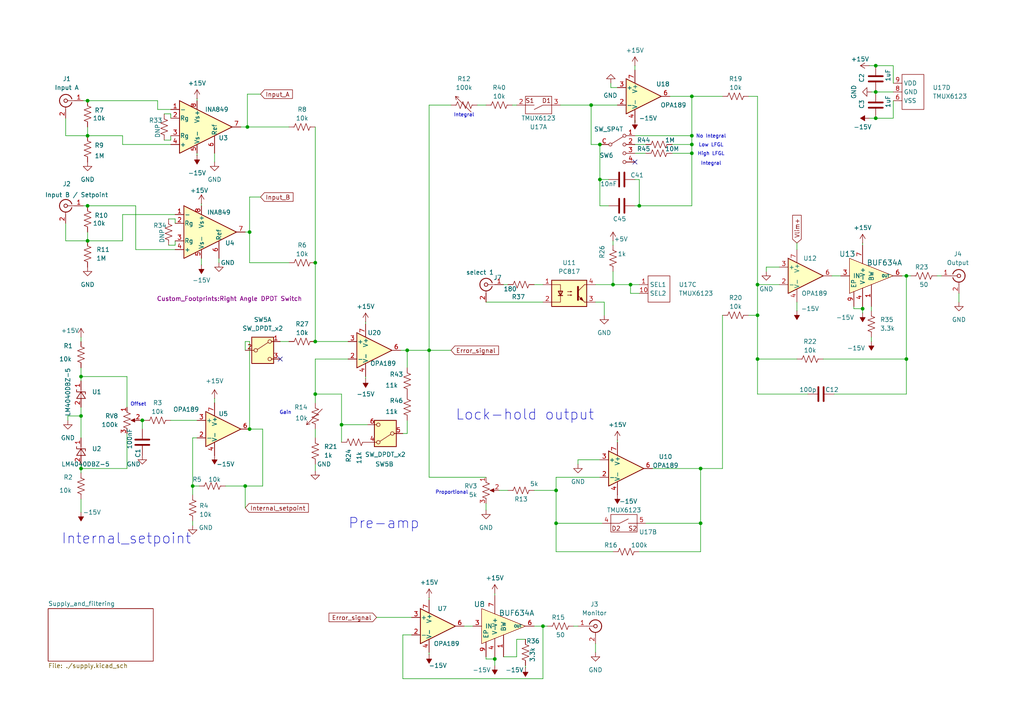
<source format=kicad_sch>
(kicad_sch (version 20250114) (generator "eeschema") (generator_version "9.0")
  (paper "A4")
  (lib_symbols
    (symbol "Amplifier_Instrumentation:AD8236" (pin_names (offset 0.127))
      (property "Reference" "U" (at 3.81 7.62 0))
      (property "Value" "AD8236" (at 3.81 5.08 0))
      (symbol "AD8236_1_1"
        (pin input line (at -10.16 5.08 0) (length 2.54) (name "-") (number "1"))
        (pin passive line (at -10.16 2.54 0) (length 2.54) (name "Rg") (number "2"))
        (pin passive line (at -10.16 -2.54 0) (length 2.54) (name "Rg") (number "3"))
        (pin input line (at -10.16 -5.08 0) (length 2.54) (name "+") (number "4"))
        (pin power_in line (at -2.54 7.62 270) (length 2.54) (name "Vs+") (number "8"))
        (pin power_in line (at -2.54 -7.62 90) (length 2.54) (name "Vs-") (number "5"))
        (pin passive line (at 2.54 -7.62 90) (length 5.08) (name "Ref") (number "6"))
        (pin output line (at 10.16 0 180) (length 2.54) (name "~") (number "7"))
      )
    )
    (symbol "Amplifier_Operational:OPA330xxD" (pin_names (offset 0.127))
      (property "Reference" "U" (at 0 6.35 0))
      (property "Value" "OPA330xxD" (at 0 3.81 0))
      (symbol "OPA330xxD_1_1"
        (pin input line (at -7.62 2.54 0) (length 2.54) (name "+") (number "3"))
        (pin input line (at -7.62 -2.54 0) (length 2.54) (name "-") (number "2"))
        (pin power_in line (at -2.54 7.62 270) (length 3.81) (name "V+") (number "7"))
        (pin no_connect line (at -2.54 2.54 270) (length 2.54) (hide yes) (name "NC") (number "1"))
        (pin power_in line (at -2.54 -7.62 90) (length 3.81) (name "V-") (number "4"))
        (pin no_connect line (at 0 2.54 270) (length 2.54) (hide yes) (name "NC") (number "5"))
        (pin no_connect line (at 0 -2.54 90) (length 2.54) (hide yes) (name "NC") (number "8"))
        (pin output line (at 7.62 0 180) (length 2.54) (name "~") (number "6"))
      )
    )
    (symbol "Connector:Conn_Coaxial" (pin_names (offset 1.016) (hide yes))
      (property "Reference" "J" (at 0.254 3.048 0))
      (property "Value" "Conn_Coaxial" (at 2.921 0 90))
      (symbol "Conn_Coaxial_1_1"
        (pin passive line (at -5.08 0 0) (length 2.54) (name "In") (number "1"))
        (pin passive line (at 0 -5.08 90) (length 2.54) (name "Ext") (number "2"))
      )
    )
    (symbol "Device:C" (pin_numbers (hide yes)) (pin_names (offset 0.254))
      (property "Reference" "C" (at 0.635 2.54 0))
      (property "Value" "C" (at 0.635 -2.54 0))
      (symbol "C_1_1"
        (pin passive line (at 0 3.81 270) (length 2.794) (name "~") (number "1"))
        (pin passive line (at 0 -3.81 90) (length 2.794) (name "~") (number "2"))
      )
    )
    (symbol "Device:R_Potentiometer_US" (pin_names (offset 1.016) (hide yes))
      (property "Reference" "RV" (at -4.445 0 90))
      (property "Value" "R_Potentiometer_US" (at -2.54 0 90))
      (symbol "R_Potentiometer_US_1_1"
        (pin passive line (at 0 3.81 270) (length 1.27) (name "1") (number "1"))
        (pin passive line (at 0 -3.81 90) (length 1.27) (name "3") (number "3"))
        (pin passive line (at 3.81 0 180) (length 1.27) (name "2") (number "2"))
      )
    )
    (symbol "Device:R_US" (pin_numbers (hide yes)) (pin_names (offset 0))
      (property "Reference" "R" (at 2.54 0 90))
      (property "Value" "R_US" (at -2.54 0 90))
      (symbol "R_US_1_1"
        (pin passive line (at 0 3.81 270) (length 1.27) (name "~") (number "1"))
        (pin passive line (at 0 -3.81 90) (length 1.27) (name "~") (number "2"))
      )
    )
    (symbol "Device:R_Variable_US" (pin_numbers (hide yes)) (pin_names (offset 0))
      (property "Reference" "R" (at 2.54 -2.54 90))
      (property "Value" "R_Variable_US" (at -2.54 -1.27 90))
      (symbol "R_Variable_US_1_1"
        (pin passive line (at 0 3.81 270) (length 1.27) (name "~") (number "1"))
        (pin passive line (at 0 -3.81 90) (length 1.27) (name "~") (number "2"))
      )
    )
    (symbol "Isolator:PC817" (pin_names (offset 1.016))
      (property "Reference" "U" (at -5.08 5.08 0))
      (property "Value" "PC817" (at 0 5.08 0))
      (symbol "PC817_1_1"
        (pin passive line (at -7.62 2.54 0) (length 2.54) (name "~") (number "1"))
        (pin passive line (at -7.62 -2.54 0) (length 2.54) (name "~") (number "2"))
        (pin passive line (at 7.62 2.54 180) (length 2.54) (name "~") (number "4"))
        (pin passive line (at 7.62 -2.54 180) (length 2.54) (name "~") (number "3"))
      )
    )
    (symbol "Reference_Voltage:LM4040DBZ-5" (pin_names (offset 0.0254) (hide yes))
      (property "Reference" "U" (at 0 2.54 0))
      (property "Value" "LM4040DBZ-5" (at 0 -3.175 0))
      (symbol "LM4040DBZ-5_1_1"
        (pin passive line (at -3.81 0 0) (length 2.54) (name "A") (number "2"))
        (pin passive line (at 3.81 0 180) (length 2.54) (name "K") (number "1"))
      )
    )
    (symbol "Switch:SW_DPDT_x2" (pin_names (offset 0) (hide yes))
      (property "Reference" "SW" (at 0 5.08 0))
      (property "Value" "SW_DPDT_x2" (at 0 -5.08 0))
      (symbol "SW_DPDT_x2_1_1"
        (pin passive line (at -5.08 0 0) (length 2.54) (name "B") (number "2"))
        (pin passive line (at 5.08 2.54 180) (length 2.54) (name "A") (number "1"))
        (pin passive line (at 5.08 -2.54 180) (length 2.54) (name "C") (number "3"))
      )
      (symbol "SW_DPDT_x2_2_1"
        (pin passive line (at -5.08 0 0) (length 2.54) (name "B") (number "5"))
        (pin passive line (at 5.08 2.54 180) (length 2.54) (name "A") (number "4"))
        (pin passive line (at 5.08 -2.54 180) (length 2.54) (name "C") (number "6"))
      )
    )
    (symbol "library_intensity_pi:TMUX6123_split"
      (property "Reference" "U14" (at -0.762 3.556 0))
      (property "Value" "TMUX6123" (at 2.032 5.334 0))
      (symbol "TMUX6123_split_1_1"
        (text "D1" (at -2.286 -1.27 0) (effects (font (size 1.27 1.27))))
        (text "S1" (at 2.54 -1.27 0) (effects (font (size 1.27 1.27))))
        (pin bidirectional line (at -6.35 0 0) (length 2.54) (name "") (number "3"))
        (pin bidirectional line (at 6.35 0 180) (length 2.54) (name "") (number "2"))
      )
      (symbol "TMUX6123_split_2_1"
        (text "D2" (at -2.286 -1.524 0) (effects (font (size 1.27 1.27))))
        (text "S2" (at 2.54 -1.524 0) (effects (font (size 1.27 1.27))))
        (pin bidirectional line (at -6.35 0 0) (length 2.54) (name "") (number "4"))
        (pin bidirectional line (at 6.35 0 180) (length 2.54) (name "") (number "5"))
      )
      (symbol "TMUX6123_split_3_1"
        (pin input line (at -5.08 0 0) (length 2.54) (name "SEL1") (number "1"))
        (pin input line (at -5.08 -2.54 0) (length 2.54) (name "SEL2") (number "10"))
      )
      (symbol "TMUX6123_split_4_1"
        (pin power_in line (at -5.08 0 0) (length 2.54) (name "VDD") (number "9"))
        (pin power_in line (at -5.08 -2.54 0) (length 2.54) (name "GND") (number "8"))
        (pin power_in line (at -5.08 -5.08 0) (length 2.54) (name "VSS") (number "6"))
      )
    )
    (symbol "local_lib:BUF634A" (pin_names (offset 1.016))
      (property "Reference" "U" (at 2.54 -12.7 0))
      (property "Value" "BUF634A" (at 13.97 -13.97 0))
      (symbol "BUF634A_1_1"
        (pin passive line (at 1.27 -17.78 0) (length 2.54) (name "IN") (number "3"))
        (pin passive line (at 5.08 -26.67 90) (length 4.318) (name "EP") (number "9"))
        (pin passive line (at 7.62 -8.89 270) (length 5.334) (name "V+") (number "7"))
        (pin passive line (at 7.62 -26.67 90) (length 5.334) (name "V-") (number "4"))
        (pin passive line (at 10.16 -26.67 90) (length 6.35) (name "BW") (number "1"))
        (pin passive line (at 19.05 -17.78 180) (length 2.54) (name "OUT") (number "6"))
      )
    )
    (symbol "local_lib:SW_SP4T" (pin_names (offset 0) (hide yes))
      (property "Reference" "SW" (at 0 5.08 0))
      (property "Value" "SW_SP4T" (at 0 -8.89 0))
      (symbol "SW_SP4T_1_1"
        (pin passive line (at -5.08 0 0) (length 2.54) (name "Common") (number "C"))
        (pin passive line (at 5.08 2.54 180) (length 2.54) (name "1") (number "1"))
        (pin passive line (at 5.08 0 180) (length 2.54) (name "2") (number "2"))
        (pin passive line (at 5.08 -2.54 180) (length 2.54) (name "3") (number "3"))
        (pin passive line (at 5.08 -5.08 180) (length 2.54) (name "4") (number "4"))
      )
    )
    (symbol "power:+12V" (power) (pin_names (offset 0))
      (property "Value" "+12V" (at 0 3.556 0))
      (symbol "+12V_1_1"
        (pin power_in line (at 0 0 90) (length 0) (hide yes) (name "+12V") (number "1"))
      )
    )
    (symbol "power:+5V" (power) (pin_numbers (hide yes)) (pin_names (offset 0) (hide yes))
      (property "Value" "+5V" (at 0 3.556 0))
      (symbol "+5V_1_1"
        (pin power_in line (at 0 0 90) (length 0) (name "~") (number "1"))
      )
    )
    (symbol "power:-12V" (power) (pin_names (offset 0))
      (property "Value" "-12V" (at 0 3.81 0))
      (symbol "-12V_0_0"
        (pin power_in line (at 0 0 90) (length 0) (hide yes) (name "-12V") (number "1"))
      )
    )
    (symbol "power:-15V" (power) (pin_numbers (hide yes)) (pin_names (offset 0) (hide yes))
      (property "Value" "-15V" (at 0 3.556 0))
      (symbol "-15V_0_0"
        (pin power_in line (at 0 0 90) (length 0) (name "~") (number "1"))
      )
    )
    (symbol "power:GND" (power) (pin_names (offset 0))
      (property "Value" "GND" (at 0 -3.81 0))
      (symbol "GND_1_1"
        (pin power_in line (at 0 0 270) (length 0) (hide yes) (name "GND") (number "1"))
      )
    )
    (symbol "power:VPP" (power) (pin_numbers (hide yes)) (pin_names (offset 0) (hide yes))
      (property "Value" "VPP" (at 0 3.556 0))
      (symbol "VPP_1_1"
        (pin power_in line (at 0 0 90) (length 0) (name "~") (number "1"))
      )
    )
  )
  (text "No Integral" (at 206.248 39.624 0) (effects (font (size 1.016 1.016))))
  (text "Gain" (at 82.804 119.761 0) (effects (font (size 1.016 1.016))))
  (text "Offset" (at 40.132 117.348 0) (effects (font (size 1.016 1.016))))
  (text "Low LFGL\n" (at 206.248 42.164 0) (effects (font (size 1.016 1.016))))
  (text "Pre-amp" (at 100.965 153.67 0) (effects (font (size 3 3)) (justify left bottom)))
  (text "Integral" (at 206.248 47.498 0) (effects (font (size 1.016 1.016))))
  (text "Proportional" (at 126.238 143.51 0) (effects (font (size 1.016 1.016)) (justify left bottom)))
  (text "High LFGL\n" (at 206.248 44.704 0) (effects (font (size 1.016 1.016))))
  (text "Integral" (at 131.572 34.036 0) (effects (font (size 1.016 1.016)) (justify left bottom)))
  (text "Lock-hold output \n" (at 132.08 122.174 0) (effects (font (size 3 3)) (justify left bottom)))
  (text "Internal_setpoint" (at 17.78 158.115 0) (effects (font (size 3 3)) (justify left bottom)))
  (junction (at 185.42 59.69))
  (junction (at 23.495 135.89))
  (junction (at 177.8 82.55))
  (junction (at 25.4 59.69))
  (junction (at 161.29 151.765))
  (junction (at 262.89 80.01))
  (junction (at 91.44 76.2))
  (junction (at 173.99 52.07))
  (junction (at 23.495 120.65))
  (junction (at 254 34.29))
  (junction (at 25.4 39.37))
  (junction (at 203.2 151.765))
  (junction (at 182.88 82.55))
  (junction (at 219.71 82.55))
  (junction (at 23.495 109.22))
  (junction (at 72.39 124.46))
  (junction (at 71.755 36.83))
  (junction (at 55.88 140.97))
  (junction (at 25.4 69.85))
  (junction (at 143.51 191.135))
  (junction (at 200.66 27.94))
  (junction (at 72.39 67.31))
  (junction (at 173.99 41.91))
  (junction (at 25.4 29.21))
  (junction (at 41.275 121.92))
  (junction (at 254 19.05))
  (junction (at 99.06 123.19))
  (junction (at 219.71 104.14))
  (junction (at 203.2 135.89))
  (junction (at 91.44 99.06))
  (junction (at 200.66 41.91))
  (junction (at 219.71 91.44))
  (junction (at 124.46 101.6))
  (junction (at 91.44 114.3))
  (junction (at 71.12 140.97))
  (junction (at 118.11 101.6))
  (junction (at 250.19 89.535))
  (junction (at 254 26.67))
  (junction (at 161.29 142.24))
  (junction (at 262.89 104.14))
  (junction (at 171.45 30.48))
  (junction (at 200.66 44.45))
  (junction (at 200.66 39.37))
  (junction (at 157.48 181.61))
  (no_connect (at 81.28 104.14))
  (no_connect (at 184.15 46.99))
  (wire (pts (xy 69.85 36.83) (xy 71.755 36.83)))
  (wire (pts (xy 49.53 121.92) (xy 57.15 121.92)))
  (wire (pts (xy 99.06 123.19) (xy 99.06 128.27)))
  (wire (pts (xy 154.94 181.61) (xy 157.48 181.61)))
  (wire (pts (xy 185.42 59.69) (xy 185.42 52.07)))
  (wire (pts (xy 203.2 135.89) (xy 209.55 135.89)))
  (wire (pts (xy 71.755 36.83) (xy 83.82 36.83)))
  (wire (pts (xy 91.44 36.83) (xy 91.44 76.2)))
  (wire (pts (xy 25.4 69.85) (xy 35.56 69.85)))
  (wire (pts (xy 250.19 88.9) (xy 250.19 89.535)))
  (wire (pts (xy 219.71 91.44) (xy 219.71 104.14)))
  (wire (pts (xy 55.88 151.13) (xy 55.88 152.4)))
  (wire (pts (xy 161.29 151.765) (xy 161.29 160.02)))
  (wire (pts (xy 23.495 135.89) (xy 23.495 137.16)))
  (wire (pts (xy 219.71 104.14) (xy 219.71 114.3)))
  (wire (pts (xy 177.165 25.4) (xy 177.165 24.13)))
  (wire (pts (xy 154.94 82.55) (xy 157.48 82.55)))
  (wire (pts (xy 278.13 85.09) (xy 278.13 87.63)))
  (wire (pts (xy 262.89 80.01) (xy 262.89 104.14)))
  (wire (pts (xy 241.935 114.3) (xy 262.89 114.3)))
  (wire (pts (xy 72.39 67.31) (xy 72.39 76.2)))
  (wire (pts (xy 124.46 173.355) (xy 124.46 173.99)))
  (wire (pts (xy 254 19.05) (xy 259.08 19.05)))
  (wire (pts (xy 171.45 41.91) (xy 173.99 41.91)))
  (wire (pts (xy 184.15 34.925) (xy 184.15 35.56)))
  (wire (pts (xy 71.12 147.32) (xy 71.12 140.97)))
  (wire (pts (xy 124.46 101.6) (xy 118.11 101.6)))
  (wire (pts (xy 252.095 19.05) (xy 254 19.05)))
  (wire (pts (xy 58.42 59.055) (xy 58.42 59.69)))
  (wire (pts (xy 146.05 82.55) (xy 147.32 82.55)))
  (wire (pts (xy 147.32 142.24) (xy 144.78 142.24)))
  (wire (pts (xy 219.71 82.55) (xy 219.71 27.94)))
  (wire (pts (xy 185.42 59.69) (xy 200.66 59.69)))
  (wire (pts (xy 177.8 78.74) (xy 177.8 82.55)))
  (wire (pts (xy 184.15 44.45) (xy 187.325 44.45)))
  (wire (pts (xy 200.66 27.94) (xy 200.66 39.37)))
  (wire (pts (xy 250.19 89.535) (xy 250.19 90.805)))
  (wire (pts (xy 49.53 39.37) (xy 49.53 40.64)))
  (wire (pts (xy 158.75 181.61) (xy 157.48 181.61)))
  (wire (pts (xy 106.045 93.345) (xy 106.045 93.98)))
  (wire (pts (xy 189.23 135.89) (xy 203.2 135.89)))
  (wire (pts (xy 35.56 41.91) (xy 49.53 41.91)))
  (wire (pts (xy 194.945 41.91) (xy 200.66 41.91)))
  (wire (pts (xy 35.56 41.91) (xy 35.56 39.37)))
  (wire (pts (xy 254 26.67) (xy 259.08 26.67)))
  (wire (pts (xy 219.71 91.44) (xy 219.71 82.55)))
  (wire (pts (xy 50.8 64.77) (xy 50.8 63.5)))
  (wire (pts (xy 118.11 101.6) (xy 118.11 106.68)))
  (wire (pts (xy 143.51 190.5) (xy 143.51 191.135)))
  (wire (pts (xy 200.66 59.69) (xy 200.66 44.45)))
  (wire (pts (xy 36.83 135.89) (xy 23.495 135.89)))
  (wire (pts (xy 71.12 101.6) (xy 71.12 99.06)))
  (wire (pts (xy 185.42 160.02) (xy 203.2 160.02)))
  (wire (pts (xy 47.625 33.02) (xy 49.53 33.02)))
  (wire (pts (xy 118.11 121.92) (xy 118.11 125.73)))
  (wire (pts (xy 55.88 140.97) (xy 55.88 143.51)))
  (wire (pts (xy 124.46 30.48) (xy 130.81 30.48)))
  (wire (pts (xy 259.08 24.13) (xy 259.08 19.05)))
  (wire (pts (xy 184.15 59.69) (xy 185.42 59.69)))
  (wire (pts (xy 45.72 29.21) (xy 45.72 31.75)))
  (wire (pts (xy 41.275 121.92) (xy 41.91 121.92)))
  (wire (pts (xy 166.37 181.61) (xy 167.64 181.61)))
  (wire (pts (xy 71.755 27.305) (xy 71.755 36.83)))
  (wire (pts (xy 177.8 71.12) (xy 177.8 69.85)))
  (wire (pts (xy 72.39 57.15) (xy 72.39 67.31)))
  (wire (pts (xy 231.14 70.485) (xy 231.14 72.39)))
  (wire (pts (xy 185.42 82.55) (xy 182.88 82.55)))
  (wire (pts (xy 23.495 97.79) (xy 23.495 99.06)))
  (wire (pts (xy 76.2 124.46) (xy 76.2 140.97)))
  (wire (pts (xy 72.39 99.06) (xy 72.39 124.46)))
  (wire (pts (xy 55.88 127) (xy 55.88 140.97)))
  (wire (pts (xy 57.785 140.97) (xy 55.88 140.97)))
  (wire (pts (xy 231.14 87.63) (xy 231.14 90.17)))
  (wire (pts (xy 247.65 89.535) (xy 250.19 89.535)))
  (wire (pts (xy 48.895 71.12) (xy 50.8 71.12)))
  (wire (pts (xy 134.62 181.61) (xy 137.16 181.61)))
  (wire (pts (xy 62.23 115.57) (xy 62.23 116.84)))
  (wire (pts (xy 200.66 27.94) (xy 194.31 27.94)))
  (wire (pts (xy 184.15 52.07) (xy 185.42 52.07)))
  (wire (pts (xy 143.51 191.135) (xy 143.51 193.04)))
  (wire (pts (xy 50.8 69.85) (xy 50.8 71.12)))
  (wire (pts (xy 91.44 99.06) (xy 100.965 99.06)))
  (wire (pts (xy 124.46 138.43) (xy 140.97 138.43)))
  (wire (pts (xy 200.66 27.94) (xy 209.55 27.94)))
  (wire (pts (xy 140.97 190.5) (xy 140.97 191.135)))
  (wire (pts (xy 72.39 76.2) (xy 83.82 76.2)))
  (wire (pts (xy 140.97 146.05) (xy 140.97 147.955)))
  (wire (pts (xy 217.17 27.94) (xy 219.71 27.94)))
  (wire (pts (xy 47.625 40.64) (xy 49.53 40.64)))
  (wire (pts (xy 19.05 39.37) (xy 19.05 34.29)))
  (wire (pts (xy 49.53 34.29) (xy 49.53 33.02)))
  (wire (pts (xy 148.59 30.48) (xy 149.86 30.48)))
  (wire (pts (xy 172.72 82.55) (xy 177.8 82.55)))
  (wire (pts (xy 238.76 104.14) (xy 262.89 104.14)))
  (wire (pts (xy 106.045 109.855) (xy 106.045 109.22)))
  (wire (pts (xy 75.565 27.305) (xy 71.755 27.305)))
  (wire (pts (xy 25.4 36.83) (xy 25.4 39.37)))
  (wire (pts (xy 173.99 59.69) (xy 176.53 59.69)))
  (wire (pts (xy 75.565 57.15) (xy 72.39 57.15)))
  (wire (pts (xy 143.51 172.085) (xy 143.51 172.72)))
  (wire (pts (xy 171.45 30.48) (xy 179.07 30.48)))
  (wire (pts (xy 161.29 138.43) (xy 161.29 142.24)))
  (wire (pts (xy 35.56 62.23) (xy 50.8 62.23)))
  (wire (pts (xy 271.78 80.01) (xy 273.05 80.01)))
  (wire (pts (xy 172.72 87.63) (xy 175.26 87.63)))
  (wire (pts (xy 39.37 72.39) (xy 50.8 72.39)))
  (wire (pts (xy 203.2 151.765) (xy 203.2 160.02)))
  (wire (pts (xy 149.86 185.42) (xy 149.86 190.5)))
  (wire (pts (xy 36.83 109.22) (xy 36.83 118.11)))
  (wire (pts (xy 91.44 104.14) (xy 91.44 114.3)))
  (wire (pts (xy 200.66 41.91) (xy 200.66 44.45)))
  (wire (pts (xy 175.26 87.63) (xy 175.26 91.44)))
  (wire (pts (xy 182.88 85.09) (xy 185.42 85.09)))
  (wire (pts (xy 91.44 136.525) (xy 91.44 134.62)))
  (wire (pts (xy 116.84 196.85) (xy 116.84 184.15)))
  (wire (pts (xy 25.4 29.21) (xy 45.72 29.21)))
  (wire (pts (xy 118.11 125.73) (xy 116.84 125.73)))
  (wire (pts (xy 124.46 101.6) (xy 130.81 101.6)))
  (wire (pts (xy 222.25 77.47) (xy 222.25 78.74)))
  (wire (pts (xy 109.22 179.07) (xy 119.38 179.07)))
  (wire (pts (xy 219.71 114.3) (xy 234.315 114.3)))
  (wire (pts (xy 35.56 69.85) (xy 35.56 62.23)))
  (wire (pts (xy 57.15 45.085) (xy 57.15 44.45)))
  (wire (pts (xy 264.16 80.01) (xy 262.89 80.01)))
  (wire (pts (xy 184.15 19.05) (xy 184.15 20.32)))
  (wire (pts (xy 63.5 74.93) (xy 63.5 76.2)))
  (wire (pts (xy 45.72 31.75) (xy 49.53 31.75)))
  (wire (pts (xy 241.3 80.01) (xy 243.84 80.01)))
  (wire (pts (xy 179.07 25.4) (xy 177.165 25.4)))
  (wire (pts (xy 149.86 190.5) (xy 146.05 190.5)))
  (wire (pts (xy 157.48 196.85) (xy 116.84 196.85)))
  (wire (pts (xy 25.4 39.37) (xy 19.05 39.37)))
  (wire (pts (xy 259.08 34.29) (xy 254 34.29)))
  (wire (pts (xy 200.66 39.37) (xy 200.66 41.91)))
  (wire (pts (xy 226.06 77.47) (xy 222.25 77.47)))
  (wire (pts (xy 71.12 140.97) (xy 76.2 140.97)))
  (wire (pts (xy 25.4 67.31) (xy 25.4 69.85)))
  (wire (pts (xy 209.55 135.89) (xy 209.55 91.44)))
  (wire (pts (xy 252.095 34.29) (xy 254 34.29)))
  (wire (pts (xy 252.73 90.17) (xy 252.73 88.9)))
  (wire (pts (xy 71.12 67.31) (xy 72.39 67.31)))
  (wire (pts (xy 116.205 101.6) (xy 118.11 101.6)))
  (wire (pts (xy 161.29 160.02) (xy 177.8 160.02)))
  (wire (pts (xy 71.12 99.06) (xy 72.39 99.06)))
  (wire (pts (xy 58.42 76.835) (xy 58.42 74.93)))
  (wire (pts (xy 179.07 127.635) (xy 179.07 128.27)))
  (wire (pts (xy 116.84 184.15) (xy 119.38 184.15)))
  (wire (pts (xy 167.64 133.35) (xy 167.64 134.62)))
  (wire (pts (xy 194.945 44.45) (xy 200.66 44.45)))
  (wire (pts (xy 91.44 114.3) (xy 91.44 116.84)))
  (wire (pts (xy 173.99 41.91) (xy 173.99 52.07)))
  (wire (pts (xy 157.48 181.61) (xy 157.48 196.85)))
  (wire (pts (xy 72.39 124.46) (xy 76.2 124.46)))
  (wire (pts (xy 41.275 121.92) (xy 41.275 124.46)))
  (wire (pts (xy 91.44 124.46) (xy 91.44 127)))
  (wire (pts (xy 140.97 191.135) (xy 143.51 191.135)))
  (wire (pts (xy 173.99 52.07) (xy 176.53 52.07)))
  (wire (pts (xy 231.14 104.14) (xy 219.71 104.14)))
  (wire (pts (xy 184.15 39.37) (xy 200.66 39.37)))
  (wire (pts (xy 171.45 30.48) (xy 171.45 41.91)))
  (wire (pts (xy 24.13 59.69) (xy 25.4 59.69)))
  (wire (pts (xy 161.29 138.43) (xy 173.99 138.43)))
  (wire (pts (xy 173.99 133.35) (xy 167.64 133.35)))
  (wire (pts (xy 81.28 99.06) (xy 83.82 99.06)))
  (wire (pts (xy 23.495 134.62) (xy 23.495 135.89)))
  (wire (pts (xy 172.72 186.69) (xy 172.72 189.23)))
  (wire (pts (xy 40.64 121.92) (xy 41.275 121.92)))
  (wire (pts (xy 19.05 69.85) (xy 19.05 64.77)))
  (wire (pts (xy 184.15 41.91) (xy 187.325 41.91)))
  (wire (pts (xy 124.46 30.48) (xy 124.46 101.6)))
  (wire (pts (xy 182.88 82.55) (xy 182.88 85.09)))
  (wire (pts (xy 250.19 70.485) (xy 250.19 71.12)))
  (wire (pts (xy 23.495 118.11) (xy 23.495 120.65)))
  (wire (pts (xy 23.495 106.68) (xy 23.495 109.22)))
  (wire (pts (xy 259.08 29.21) (xy 259.08 34.29)))
  (wire (pts (xy 138.43 30.48) (xy 140.97 30.48)))
  (wire (pts (xy 161.29 142.24) (xy 161.29 151.765)))
  (wire (pts (xy 173.99 52.07) (xy 173.99 59.69)))
  (wire (pts (xy 152.4 185.42) (xy 149.86 185.42)))
  (wire (pts (xy 23.495 109.22) (xy 23.495 110.49)))
  (wire (pts (xy 247.65 88.9) (xy 247.65 89.535)))
  (wire (pts (xy 262.89 114.3) (xy 262.89 104.14)))
  (wire (pts (xy 23.495 120.65) (xy 23.495 127)))
  (wire (pts (xy 23.495 144.78) (xy 23.495 148.59)))
  (wire (pts (xy 99.06 123.19) (xy 106.68 123.19)))
  (wire (pts (xy 62.23 44.45) (xy 62.23 46.99)))
  (wire (pts (xy 36.83 109.22) (xy 23.495 109.22)))
  (wire (pts (xy 19.685 120.65) (xy 23.495 120.65)))
  (wire (pts (xy 36.83 125.73) (xy 36.83 135.89)))
  (wire (pts (xy 252.73 26.67) (xy 254 26.67)))
  (wire (pts (xy 226.06 82.55) (xy 219.71 82.55)))
  (wire (pts (xy 187.325 151.765) (xy 203.2 151.765)))
  (wire (pts (xy 262.89 80.01) (xy 261.62 80.01)))
  (wire (pts (xy 152.4 193.675) (xy 152.4 193.04)))
  (wire (pts (xy 203.2 135.89) (xy 203.2 151.765)))
  (wire (pts (xy 25.4 59.69) (xy 39.37 59.69)))
  (wire (pts (xy 124.46 189.865) (xy 124.46 189.23)))
  (wire (pts (xy 24.13 29.21) (xy 25.4 29.21)))
  (wire (pts (xy 25.4 69.85) (xy 19.05 69.85)))
  (wire (pts (xy 99.06 114.3) (xy 91.44 114.3)))
  (wire (pts (xy 19.685 121.92) (xy 19.685 120.65)))
  (wire (pts (xy 154.94 142.24) (xy 161.29 142.24)))
  (wire (pts (xy 57.15 127) (xy 55.88 127)))
  (wire (pts (xy 162.56 30.48) (xy 171.45 30.48)))
  (wire (pts (xy 252.73 97.79) (xy 252.73 99.06)))
  (wire (pts (xy 177.8 82.55) (xy 182.88 82.55)))
  (wire (pts (xy 217.17 91.44) (xy 219.71 91.44)))
  (wire (pts (xy 65.405 140.97) (xy 71.12 140.97)))
  (wire (pts (xy 39.37 59.69) (xy 39.37 72.39)))
  (wire (pts (xy 100.965 104.14) (xy 91.44 104.14)))
  (wire (pts (xy 25.4 39.37) (xy 35.56 39.37)))
  (wire (pts (xy 91.44 76.2) (xy 91.44 99.06)))
  (wire (pts (xy 161.29 151.765) (xy 174.625 151.765)))
  (wire (pts (xy 57.15 28.575) (xy 57.15 29.21)))
  (wire (pts (xy 48.895 63.5) (xy 50.8 63.5)))
  (wire (pts (xy 140.97 87.63) (xy 157.48 87.63)))
  (wire (pts (xy 99.06 114.3) (xy 99.06 123.19)))
  (wire (pts (xy 124.46 101.6) (xy 124.46 138.43)))
  (global_label "Internal_setpoint" (shape input) (at 71.12 147.32 0) (property "Intersheetrefs" "${INTERSHEET_REFS}" (effects (hide yes))))
  (global_label "Error_signal" (shape input) (at 109.22 179.07 180) (property "Intersheetrefs" "${INTERSHEET_REFS}" (effects (hide yes))))
  (global_label "Error_signal" (shape input) (at 130.81 101.6 0) (property "Intersheetrefs" "${INTERSHEET_REFS}" (effects (hide yes))))
  (global_label "Input_A" (shape input) (at 75.565 27.305 0) (property "Intersheetrefs" "${INTERSHEET_REFS}" (effects (hide yes))))
  (global_label "Vlim+" (shape input) (at 231.14 70.485 90) (property "Intersheetrefs" "${INTERSHEET_REFS}" (effects (hide yes))))
  (global_label "Input_B" (shape input) (at 75.565 57.15 0) (property "Intersheetrefs" "${INTERSHEET_REFS}" (effects (hide yes))))
  (symbol (lib_id "power:VPP") (at 179.07 127.635 0) (unit 1)
    (property "Reference" "#PWR029" (effects (hide yes)))
    (property "Value" "+15V" (at 179.07 123.19 0))
    (property "Description" "Power symbol creates a global label with name \"VPP\"" (effects (hide yes)))
  )
  (symbol (lib_id "power:GND") (at 167.64 134.62 0) (unit 1)
    (property "Reference" "#PWR024" (effects (hide yes)))
    (property "Value" "GND" (at 167.64 139.7 0))
  )
  (symbol (lib_id "Amplifier_Instrumentation:AD8236") (at 59.69 36.83 0) (unit 1)
    (property "Reference" "U3" (at 64.77 40.005 0))
    (property "Value" "INA849" (at 62.865 31.75 0))
    (property "Footprint" "Package_SO:SOIC-8_3.9x4.9mm_P1.27mm" (effects (hide yes)))
    (property "Datasheet" "https://www.ti.com/lit/ds/symlink/ina849.pdf" (effects (hide yes)))
    (property "DIGIKEY" "296-INA849DRCT-ND‎ " (effects (hide yes)))
    (property "PARTNO" "INA849DR‎ " (effects (hide yes)))
  )
  (symbol (lib_id "Device:R_US") (at 87.63 36.83 90) (unit 1)
    (property "Reference" "R8" (at 87.63 31.75 90))
    (property "Value" "10k" (at 87.63 34.29 90))
    (property "Footprint" "Resistor_SMD:R_0805_2012Metric" (effects (hide yes)))
    (property "DIGIKEY" "2019-RN73H2ATTD1002B25CT-ND" (effects (hide yes)))
  )
  (symbol (lib_id "power:-15V") (at 58.42 76.835 180) (unit 1)
    (property "Reference" "#PWR011" (effects (hide yes)))
    (property "Value" "-15V" (at 58.42 81.28 0))
    (property "Description" "Power symbol creates a global label with name \"-15V\"" (effects (hide yes)))
  )
  (symbol (lib_id "Device:R_US") (at 61.595 140.97 90) (unit 1)
    (property "Reference" "R5" (at 57.15 139.065 90))
    (property "Value" "10k" (at 62.23 139.065 90))
    (property "Footprint" "Resistor_SMD:R_0805_2012Metric" (effects (hide yes)))
    (property "DIGIKEY" "2019-RN73H2ATTD1002B25CT-ND" (effects (hide yes)))
  )
  (symbol (lib_id "library_intensity_pi:TMUX6123_split") (at 264.16 24.13 0) (unit 4)
    (property "Reference" "U17" (at 270.51 25.3999 0) (effects (justify left)))
    (property "Value" "TMUX6123" (at 270.51 27.9399 0) (effects (justify left)))
    (property "Footprint" "Package_SO:VSSOP-10_3x3mm_P0.5mm" (effects (hide yes)))
    (property "DIGIKEY" "296-53449-1-ND" (effects (hide yes)))
    (property "PARTNO" "TMUX6123DGSR" (effects (hide yes)))
  )
  (symbol (lib_id "Amplifier_Operational:OPA330xxD") (at 64.77 124.46 0) (unit 1)
    (property "Reference" "U5" (at 64.77 120.015 0))
    (property "Value" "OPA189" (at 53.975 118.745 0))
    (property "Footprint" "Package_SO:SOIC-8_3.9x4.9mm_P1.27mm" (effects (hide yes)))
    (property "Datasheet" "http://www.ti.com/lit/ds/symlink/opa330.pdf" (effects (hide yes)))
    (property "DIGIKEY" "296-47522-ND" (effects (hide yes)))
    (property "PARTNO" "OPA189ID" (effects (hide yes)))
  )
  (symbol (lib_id "Device:R_US") (at 234.95 104.14 90) (unit 1)
    (property "Reference" "R22" (at 234.95 99.06 90))
    (property "Value" "10k" (at 234.95 101.6 90))
    (property "Footprint" "Resistor_SMD:R_0805_2012Metric" (effects (hide yes)))
    (property "DIGIKEY" "2019-RN73H2ATTD1002B25CT-ND" (effects (hide yes)))
  )
  (symbol (lib_id "power:GND") (at 177.165 24.13 180) (unit 1)
    (property "Reference" "#PWR087" (effects (hide yes)))
    (property "Value" "GND" (at 177.038 27.686 0))
  )
  (symbol (lib_id "Reference_Voltage:LM4040DBZ-5") (at 23.495 114.3 90) (unit 1)
    (property "Reference" "U1" (at 26.67 113.665 90) (effects (justify right)))
    (property "Value" "LM4040DBZ-5" (at 19.685 106.68 0) (effects (justify right)))
    (property "Footprint" "Package_TO_SOT_SMD:SOT-23" (effects (hide yes)))
    (property "Datasheet" "http://www.ti.com/lit/ds/symlink/lm4040-n.pdf" (effects (hide yes)))
    (property "PARTNO" "LM4040B50FTA" (effects (hide yes)))
    (property "DIGIKEY" "LM4040B50FTADICT-ND" (effects (hide yes)))
  )
  (symbol (lib_id "library_intensity_pi:TMUX6123_split") (at 180.975 151.765 0) (unit 2)
    (property "Reference" "U17" (at 187.96 154.305 0))
    (property "Value" "TMUX6123" (at 181.0003 147.955 0))
    (property "Footprint" "Package_SO:VSSOP-10_3x3mm_P0.5mm" (effects (hide yes)))
    (property "DIGIKEY" "296-53449-1-ND" (effects (hide yes)))
    (property "PARTNO" "TMUX6123DGSR" (effects (hide yes)))
  )
  (symbol (lib_id "Device:R_US") (at 267.97 80.01 90) (unit 1)
    (property "Reference" "R23" (at 267.335 77.47 90))
    (property "Value" "50" (at 267.97 82.55 90))
    (property "Footprint" "Resistor_SMD:R_0805_2012Metric" (effects (hide yes)))
  )
  (symbol (lib_id "Connector:Conn_Coaxial") (at 19.05 29.21 0) (mirror y) (unit 1)
    (property "Reference" "J1" (at 19.3674 22.86 0))
    (property "Value" "Input A" (at 19.3674 25.4 0))
    (property "Footprint" "Connector_Coaxial:BNC_Amphenol_B6252HB-NPP3G-50_Horizontal" (effects (hide yes)))
  )
  (symbol (lib_id "Device:R_US") (at 151.13 142.24 90) (unit 1)
    (property "Reference" "R13" (at 151.13 144.78 90))
    (property "Value" "5k" (at 154.94 140.335 90))
    (property "Footprint" "Resistor_SMD:R_0805_2012Metric" (effects (hide yes)))
  )
  (symbol (lib_id "power:VPP") (at 252.095 19.05 90) (unit 1)
    (property "Reference" "#PWR016" (effects (hide yes)))
    (property "Value" "+15V" (at 252.095 17.145 90) (effects (justify left)))
    (property "Description" "Power symbol creates a global label with name \"VPP\"" (effects (hide yes)))
  )
  (symbol (lib_id "Device:C") (at 254 30.48 0) (mirror y) (unit 1)
    (property "Reference" "C3" (at 249.936 30.226 90))
    (property "Value" "1uF" (at 257.556 29.464 90))
    (property "Footprint" "Capacitor_SMD:C_0805_2012Metric" (effects (hide yes)))
  )
  (symbol (lib_id "Device:R_US") (at 23.495 140.97 180) (unit 1)
    (property "Reference" "R2" (at 18.415 138.43 0) (effects (justify right)))
    (property "Value" "10k" (at 17.145 142.24 0) (effects (justify right)))
    (property "Footprint" "Resistor_SMD:R_0805_2012Metric" (effects (hide yes)))
  )
  (symbol (lib_id "Switch:SW_DPDT_x2") (at 76.2 101.6 0) (unit 1)
    (property "Reference" "SW5" (at 76.2 92.71 0))
    (property "Value" "SW_DPDT_x2" (at 76.2 95.25 0))
    (property "Footprint" "Custom_Footprints:Right Angle DPDT Switch" (at 66.548 86.614 0))
    (property "Description" "Switch, dual pole double throw, separate symbols" (effects (hide yes)))
    (property "DIGIKEY" "EG2404-ND" (effects (hide yes)))
    (property "PARTNO" "100DP1T2B4M6QE" (effects (hide yes)))
  )
  (symbol (lib_id "Device:R_US") (at 181.61 160.02 90) (unit 1)
    (property "Reference" "R16" (at 177.165 158.115 90))
    (property "Value" "100k" (at 185.42 158.115 90))
    (property "Footprint" "Resistor_SMD:R_0805_2012Metric" (effects (hide yes)))
  )
  (symbol (lib_id "Device:R_US") (at 25.4 63.5 180) (unit 1)
    (property "Reference" "R10" (at 27.432 62.484 0) (effects (justify right)))
    (property "Value" "10k" (at 26.924 64.77 0) (effects (justify right)))
    (property "Footprint" "Resistor_SMD:R_0805_2012Metric" (effects (hide yes)))
    (property "DIGIKEY" "2019-RN73H2ATTD1002B25CT-ND" (effects (hide yes)))
  )
  (symbol (lib_id "power:VPP") (at 250.19 70.485 0) (unit 1)
    (property "Reference" "#PWR060" (effects (hide yes)))
    (property "Value" "+15V" (at 250.19 66.04 0))
    (property "Description" "Power symbol creates a global label with name \"VPP\"" (effects (hide yes)))
  )
  (symbol (lib_id "Device:C") (at 180.34 52.07 270) (mirror x) (unit 1)
    (property "Reference" "C41" (at 184.785 50.8 90))
    (property "Value" "10nF" (at 176.53 53.34 90))
    (property "Footprint" "Capacitor_SMD:C_0805_2012Metric" (effects (hide yes)))
  )
  (symbol (lib_id "Device:R_US") (at 144.78 30.48 90) (unit 1)
    (property "Reference" "R40" (at 144.78 25.4 90))
    (property "Value" "10k" (at 144.78 27.94 90))
    (property "Footprint" "Resistor_SMD:R_0805_2012Metric" (effects (hide yes)))
    (property "DIGIKEY" "2019-RN73H2ATTD1002B25CT-ND" (effects (hide yes)))
  )
  (symbol (lib_id "Device:R_US") (at 47.625 36.83 180) (unit 1)
    (property "Reference" "R33" (at 43.18 34.925 0) (effects (justify right)))
    (property "Value" "DNP" (at 45.72 40.005 90) (effects (justify right)))
    (property "Footprint" "Resistor_SMD:R_0805_2012Metric" (effects (hide yes)))
    (property "DIGIKEY" "2019-RN73H2ATTD1002B25CT-ND" (effects (hide yes)))
  )
  (symbol (lib_id "Device:R_US") (at 48.895 67.31 180) (unit 1)
    (property "Reference" "R34" (at 44.45 65.405 0) (effects (justify right)))
    (property "Value" "DNP" (at 46.99 70.485 90) (effects (justify right)))
    (property "Footprint" "Resistor_SMD:R_0805_2012Metric" (effects (hide yes)))
    (property "DIGIKEY" "2019-RN73H2ATTD1002B25CT-ND" (effects (hide yes)))
  )
  (symbol (lib_id "power:GND") (at 91.44 136.525 0) (unit 1)
    (property "Reference" "#PWR086" (effects (hide yes)))
    (property "Value" "GND" (at 93.98 134.62 0))
  )
  (symbol (lib_id "power:GND") (at 278.13 87.63 0) (unit 1)
    (property "Reference" "#PWR036" (effects (hide yes)))
    (property "Value" "GND" (at 278.13 92.71 0))
  )
  (symbol (lib_id "Device:R_US") (at 118.11 110.49 180) (unit 1)
    (property "Reference" "R43" (at 113.03 108.585 0) (effects (justify right)))
    (property "Value" "11k" (at 111.76 111.76 0) (effects (justify right)))
    (property "Footprint" "Resistor_SMD:R_0805_2012Metric" (effects (hide yes)))
  )
  (symbol (lib_id "Device:C") (at 41.275 128.27 180) (unit 1)
    (property "Reference" "C1" (at 40.005 131.445 90))
    (property "Value" "100nF" (at 37.592 127.254 90))
    (property "Footprint" "Capacitor_SMD:C_0805_2012Metric" (effects (hide yes)))
  )
  (symbol (lib_id "power:-15V") (at 250.19 90.805 180) (unit 1)
    (property "Reference" "#PWR059" (effects (hide yes)))
    (property "Value" "-15V" (at 245.11 92.075 0))
    (property "Description" "Power symbol creates a global label with name \"-15V\"" (effects (hide yes)))
  )
  (symbol (lib_id "Device:R_US") (at 91.44 130.81 180) (unit 1)
    (property "Reference" "R21" (at 93.98 129.5399 0) (effects (justify right)))
    (property "Value" "1k" (at 93.98 132.0799 0) (effects (justify right)))
    (property "Footprint" "Resistor_SMD:R_0805_2012Metric" (effects (hide yes)))
  )
  (symbol (lib_id "Device:R_Potentiometer_US") (at 140.97 142.24 0) (unit 1)
    (property "Reference" "RV3" (at 138.43 140.9699 0) (effects (justify right)))
    (property "Value" "5k" (at 138.43 143.5099 0) (effects (justify right)))
    (property "Footprint" "Connector_PinHeader_2.54mm:PinHeader_1x03_P2.54mm_Vertical" (effects (hide yes)))
    (property "Description" "Potentiometer, US symbol" (effects (hide yes)))
  )
  (symbol (lib_id "power:-15V") (at 62.23 132.08 180) (unit 1)
    (property "Reference" "#PWR012" (effects (hide yes)))
    (property "Value" "-15V" (at 65.405 134.62 0))
    (property "Description" "Power symbol creates a global label with name \"-15V\"" (effects (hide yes)))
  )
  (symbol (lib_id "power:GND") (at 25.4 77.47 0) (unit 1)
    (property "Reference" "#PWR031" (effects (hide yes)))
    (property "Value" "GND" (at 25.4 82.55 0))
  )
  (symbol (lib_id "power:-12V") (at 23.495 148.59 180) (unit 1)
    (property "Reference" "#PWR03" (effects (hide yes)))
    (property "Value" "-15V" (at 26.67 148.59 0))
  )
  (symbol (lib_id "Amplifier_Instrumentation:AD8236") (at 60.96 67.31 0) (unit 1)
    (property "Reference" "U4" (at 66.675 70.485 0))
    (property "Value" "INA849" (at 63.5 61.595 0))
    (property "Footprint" "Package_SO:SOIC-8_3.9x4.9mm_P1.27mm" (effects (hide yes)))
    (property "Datasheet" "https://www.ti.com/lit/ds/symlink/ina849.pdf" (effects (hide yes)))
    (property "DIGIKEY" "296-INA849DRCT-ND‎ " (effects (hide yes)))
    (property "PARTNO" "INA849DR‎ " (effects (hide yes)))
  )
  (symbol (lib_id "power:-15V") (at 184.15 34.925 180) (unit 1)
    (property "Reference" "#PWR054" (effects (hide yes)))
    (property "Value" "-15V" (at 187.96 34.29 0))
    (property "Description" "Power symbol creates a global label with name \"-15V\"" (effects (hide yes)))
  )
  (symbol (lib_id "power:+12V") (at 23.495 97.79 0) (unit 1)
    (property "Reference" "#PWR02" (effects (hide yes)))
    (property "Value" "+15V" (at 20.32 95.885 0))
  )
  (symbol (lib_id "Device:R_Variable_US") (at 91.44 120.65 180) (unit 1)
    (property "Reference" "R14" (at 85.344 118.11 0) (effects (justify right)))
    (property "Value" "10k" (at 85.598 121.285 0) (effects (justify right)))
    (property "Footprint" "Connector_PinHeader_2.54mm:PinHeader_1x03_P2.54mm_Vertical" (effects (hide yes)))
    (property "Description" "Variable resistor, US symbol" (effects (hide yes)))
  )
  (symbol (lib_id "power:VPP") (at 58.42 59.055 0) (unit 1)
    (property "Reference" "#PWR049" (effects (hide yes)))
    (property "Value" "+15V" (at 57.785 55.245 0))
    (property "Description" "Power symbol creates a global label with name \"VPP\"" (effects (hide yes)))
  )
  (symbol (lib_id "Device:C") (at 180.34 59.69 90) (unit 1)
    (property "Reference" "C45" (at 179.705 63.5 90))
    (property "Value" "C" (effects (hide yes)))
    (property "Footprint" "Capacitor_THT:C_Axial_L3.8mm_D2.6mm_P7.50mm_Horizontal" (effects (hide yes)))
    (property "Description" "Unpolarized capacitor" (effects (hide yes)))
  )
  (symbol (lib_id "Device:R_US") (at 162.56 181.61 90) (unit 1)
    (property "Reference" "R15" (at 161.925 179.07 90))
    (property "Value" "50" (at 162.56 184.15 90))
    (property "Footprint" "Resistor_SMD:R_0805_2012Metric" (effects (hide yes)))
  )
  (symbol (lib_id "Amplifier_Operational:OPA330xxD") (at 127 181.61 0) (unit 1)
    (property "Reference" "U7" (at 128.27 176.53 0))
    (property "Value" "OPA189" (at 129.54 186.69 0))
    (property "Footprint" "Package_SO:SOIC-8_3.9x4.9mm_P1.27mm" (effects (hide yes)))
    (property "Datasheet" "http://www.ti.com/lit/ds/symlink/opa330.pdf" (effects (hide yes)))
    (property "DIGIKEY" "296-47522-ND" (effects (hide yes)))
    (property "PARTNO" "OPA189ID" (effects (hide yes)))
  )
  (symbol (lib_id "power:-15V") (at 143.51 193.04 180) (unit 1)
    (property "Reference" "#PWR020" (effects (hide yes)))
    (property "Value" "-15V" (at 139.7 194.31 0))
    (property "Description" "Power symbol creates a global label with name \"-15V\"" (effects (hide yes)))
  )
  (symbol (lib_id "Amplifier_Operational:OPA330xxD") (at 181.61 135.89 0) (unit 1)
    (property "Reference" "U10" (at 193.04 132.4611 0))
    (property "Value" "OPA189" (at 193.04 135.0011 0))
    (property "Footprint" "Package_SO:SOIC-8_3.9x4.9mm_P1.27mm" (effects (hide yes)))
    (property "Datasheet" "http://www.ti.com/lit/ds/symlink/opa330.pdf" (effects (hide yes)))
    (property "DIGIKEY" "296-47522-ND" (effects (hide yes)))
    (property "PARTNO" "OPA189ID" (effects (hide yes)))
  )
  (symbol (lib_id "Connector:Conn_Coaxial") (at 278.13 80.01 0) (unit 1)
    (property "Reference" "J4" (at 277.8126 73.66 0))
    (property "Value" "Output" (at 277.8126 76.2 0))
    (property "Footprint" "Connector_Coaxial:BNC_Amphenol_B6252HB-NPP3G-50_Horizontal" (effects (hide yes)))
  )
  (symbol (lib_id "Device:R_US") (at 191.135 44.45 90) (unit 1)
    (property "Reference" "R45" (at 186.69 43.18 90))
    (property "Value" "10M" (at 194.945 43.18 90))
    (property "Footprint" "Resistor_SMD:R_0805_2012Metric" (effects (hide yes)))
    (property "DIGIKEY" "311-10MARCT-ND" (effects (hide yes)))
    (property "PARTNO" "RC0805JR-0710ML" (effects (hide yes)))
  )
  (symbol (lib_id "Device:R_US") (at 213.36 91.44 90) (unit 1)
    (property "Reference" "R20" (at 213.36 86.36 90))
    (property "Value" "10k" (at 213.36 88.9 90))
    (property "Footprint" "Resistor_SMD:R_0805_2012Metric" (effects (hide yes)))
    (property "DIGIKEY" "2019-RN73H2ATTD1002B25CT-ND" (effects (hide yes)))
  )
  (symbol (lib_id "Device:C") (at 254 22.86 0) (mirror y) (unit 1)
    (property "Reference" "C2" (at 249.936 22.606 90))
    (property "Value" "1uF" (at 257.556 21.844 90))
    (property "Footprint" "Capacitor_SMD:C_0805_2012Metric" (effects (hide yes)))
  )
  (symbol (lib_id "power:VPP") (at 62.23 115.57 0) (unit 1)
    (property "Reference" "#PWR013" (effects (hide yes)))
    (property "Value" "+15V" (at 62.23 110.49 0))
    (property "Description" "Power symbol creates a global label with name \"VPP\"" (effects (hide yes)))
  )
  (symbol (lib_id "power:-15V") (at 152.4 193.675 180) (unit 1)
    (property "Reference" "#PWR022" (effects (hide yes)))
    (property "Value" "-15V" (at 149.225 194.31 0))
    (property "Description" "Power symbol creates a global label with name \"-15V\"" (effects (hide yes)))
  )
  (symbol (lib_id "Amplifier_Operational:OPA330xxD") (at 233.68 80.01 0) (unit 1)
    (property "Reference" "U12" (at 234.95 74.93 0))
    (property "Value" "OPA189" (at 236.22 85.09 0))
    (property "Footprint" "Package_SO:SOIC-8_3.9x4.9mm_P1.27mm" (effects (hide yes)))
    (property "Datasheet" "http://www.ti.com/lit/ds/symlink/opa330.pdf" (effects (hide yes)))
    (property "DIGIKEY" "296-47522-ND" (effects (hide yes)))
    (property "PARTNO" "OPA189ID" (effects (hide yes)))
  )
  (symbol (lib_id "local_lib:BUF634A") (at 135.89 163.83 0) (unit 1)
    (property "Reference" "U8" (at 139.065 175.26 0) (effects (font (size 1.524 1.524))))
    (property "Value" "BUF634A" (at 149.86 177.8 0) (effects (font (size 1.524 1.524))))
    (property "Footprint" "lib:TI_SO-PowerPAD-8_ThermalVias" (effects (hide yes)))
    (property "Datasheet" "https://www.ti.com/lit/ds/symlink/buf634a.pdf" (effects (hide yes)))
    (property "DIGIKEY" "296-BUF634AIDDARCT-ND" (effects (hide yes)))
    (property "PARTNO" "BUF634AIDDAR" (effects (hide yes)))
  )
  (symbol (lib_id "Device:R_US") (at 25.4 33.02 180) (unit 1)
    (property "Reference" "R7" (at 27.432 32.004 0) (effects (justify right)))
    (property "Value" "10k" (at 26.924 34.29 0) (effects (justify right)))
    (property "Footprint" "Resistor_SMD:R_0805_2012Metric" (effects (hide yes)))
    (property "DIGIKEY" "2019-RN73H2ATTD1002B25CT-ND" (effects (hide yes)))
  )
  (symbol (lib_id "power:-15V") (at 106.045 109.855 180) (unit 1)
    (property "Reference" "#PWR050" (effects (hide yes)))
    (property "Value" "-15V" (at 106.045 114.3 0))
    (property "Description" "Power symbol creates a global label with name \"-15V\"" (effects (hide yes)))
  )
  (symbol (lib_id "Device:R_US") (at 87.63 76.2 90) (unit 1)
    (property "Reference" "R6" (at 87.63 71.12 90))
    (property "Value" "10k" (at 87.63 73.66 90))
    (property "Footprint" "Resistor_SMD:R_0805_2012Metric" (effects (hide yes)))
    (property "DIGIKEY" "2019-RN73H2ATTD1002B25CT-ND" (effects (hide yes)))
  )
  (symbol (lib_id "Device:R_US") (at 23.495 102.87 180) (unit 1)
    (property "Reference" "R1" (at 18.415 100.33 0) (effects (justify right)))
    (property "Value" "10k" (at 17.145 104.14 0) (effects (justify right)))
    (property "Footprint" "Resistor_SMD:R_0805_2012Metric" (effects (hide yes)))
  )
  (symbol (lib_id "power:VPP") (at 143.51 172.085 0) (unit 1)
    (property "Reference" "#PWR021" (effects (hide yes)))
    (property "Value" "+15V" (at 143.51 167.64 0))
    (property "Description" "Power symbol creates a global label with name \"VPP\"" (effects (hide yes)))
  )
  (symbol (lib_id "Connector:Conn_Coaxial") (at 172.72 181.61 0) (unit 1)
    (property "Reference" "J3" (at 172.4026 175.26 0))
    (property "Value" "Monitor" (at 172.4026 177.8 0))
    (property "Footprint" "Connector_Coaxial:BNC_Amphenol_B6252HB-NPP3G-50_Horizontal" (effects (hide yes)))
  )
  (symbol (lib_id "Device:R_US") (at 177.8 74.93 0) (unit 1)
    (property "Reference" "R26" (at 174.625 71.12 90) (effects (justify right)))
    (property "Value" "1k" (at 181.61 73.66 0) (effects (justify right)))
    (property "Footprint" "Resistor_SMD:R_0805_2012Metric" (effects (hide yes)))
  )
  (symbol (lib_id "power:GND") (at 140.97 147.955 0) (unit 1)
    (property "Reference" "#PWR058" (effects (hide yes)))
    (property "Value" "GND" (at 140.97 153.035 0))
  )
  (symbol (lib_id "Device:R_US") (at 87.63 99.06 90) (unit 1)
    (property "Reference" "R27" (at 87.63 93.98 90))
    (property "Value" "10k" (at 87.63 96.52 90))
    (property "Footprint" "Resistor_SMD:R_0805_2012Metric" (effects (hide yes)))
    (property "DIGIKEY" "2019-RN73H2ATTD1002B25CT-ND" (effects (hide yes)))
  )
  (symbol (lib_id "library_intensity_pi:TMUX6123_split") (at 156.21 30.48 180) (unit 1)
    (property "Reference" "U17" (at 156.1847 36.83 0))
    (property "Value" "TMUX6123" (at 156.1847 34.29 0))
    (property "Footprint" "Package_SO:VSSOP-10_3x3mm_P0.5mm" (effects (hide yes)))
    (property "DIGIKEY" "296-53449-1-ND" (effects (hide yes)))
    (property "PARTNO" "TMUX6123DGSR" (effects (hide yes)))
  )
  (symbol (lib_id "Switch:SW_DPDT_x2") (at 111.76 125.73 180) (unit 2)
    (property "Reference" "SW5" (at 111.506 134.62 0))
    (property "Value" "SW_DPDT_x2" (at 111.76 131.826 0))
    (property "Footprint" "Custom_Footprints:Right Angle DPDT Switch" (effects (hide yes)))
    (property "Description" "Switch, dual pole double throw, separate symbols" (effects (hide yes)))
    (property "DIGIKEY" "EG2404-ND" (effects (hide yes)))
    (property "PARTNO" "100DP1T2B4M6QE" (effects (hide yes)))
  )
  (symbol (lib_id "power:+5V") (at 177.8 69.85 0) (unit 1)
    (property "Reference" "#PWR082" (effects (hide yes)))
    (property "Value" "+5V" (at 180.086 69.342 0))
    (property "Description" "Power symbol creates a global label with name \"+5V\"" (effects (hide yes)))
  )
  (symbol (lib_id "power:-15V") (at 124.46 189.865 180) (unit 1)
    (property "Reference" "#PWR052" (effects (hide yes)))
    (property "Value" "-15V" (at 127 193.04 0))
    (property "Description" "Power symbol creates a global label with name \"-15V\"" (effects (hide yes)))
  )
  (symbol (lib_id "power:GND") (at 63.5 76.2 0) (unit 1)
    (property "Reference" "#PWR015" (effects (hide yes)))
    (property "Value" "GND" (at 66.04 76.2 0))
  )
  (symbol (lib_id "library_intensity_pi:TMUX6123_split") (at 190.5 82.55 0) (unit 3)
    (property "Reference" "U17" (at 196.85 82.5499 0) (effects (justify left)))
    (property "Value" "TMUX6123" (at 196.85 85.0899 0) (effects (justify left)))
    (property "Footprint" "Package_SO:VSSOP-10_3x3mm_P0.5mm" (effects (hide yes)))
    (property "DIGIKEY" "296-53449-1-ND" (effects (hide yes)))
    (property "PARTNO" "TMUX6123DGSR" (effects (hide yes)))
  )
  (symbol (lib_id "power:VPP") (at 184.15 19.05 0) (unit 1)
    (property "Reference" "#PWR055" (effects (hide yes)))
    (property "Value" "+15V" (at 184.15 14.605 0))
    (property "Description" "Power symbol creates a global label with name \"VPP\"" (effects (hide yes)))
  )
  (symbol (lib_id "power:VPP") (at 124.46 173.355 0) (unit 1)
    (property "Reference" "#PWR019" (effects (hide yes)))
    (property "Value" "+15V" (at 124.46 168.91 0))
    (property "Description" "Power symbol creates a global label with name \"VPP\"" (effects (hide yes)))
  )
  (symbol (lib_id "local_lib:SW_SP4T") (at 179.07 41.91 0) (unit 1)
    (property "Reference" "SW6" (at 175.895 45.085 0))
    (property "Value" "SW_SP4T" (at 176.53 37.465 0))
    (property "Footprint" "lib:SLB1470" (effects (hide yes)))
    (property "PARTNO" "SLB1470" (effects (hide yes)))
    (property "DIGIKEY" "679-2621-ND" (effects (hide yes)))
  )
  (symbol (lib_id "Isolator:PC817") (at 165.1 85.09 0) (unit 1)
    (property "Reference" "U11" (at 165.1 76.2 0))
    (property "Value" "PC817" (at 165.1 78.74 0))
    (property "Footprint" "Package_DIP:DIP-4_W7.62mm" (effects (hide yes)))
    (property "Datasheet" "http://www.soselectronic.cz/a_info/resource/d/pc817.pdf" (effects (hide yes)))
    (property "Description" "DC Optocoupler, Vce 35V, CTR 50-300%, DIP-4" (effects (hide yes)))
  )
  (symbol (lib_id "Device:C") (at 238.125 114.3 270) (mirror x) (unit 1)
    (property "Reference" "C12" (at 241.3 113.03 90))
    (property "Value" "100p" (at 234.315 113.03 90))
    (property "Footprint" "Capacitor_SMD:C_0805_2012Metric" (effects (hide yes)))
  )
  (symbol (lib_id "power:GND") (at 172.72 189.23 0) (unit 1)
    (property "Reference" "#PWR026" (effects (hide yes)))
    (property "Value" "GND" (at 172.72 194.31 0))
  )
  (symbol (lib_id "Device:R_US") (at 213.36 27.94 90) (unit 1)
    (property "Reference" "R19" (at 213.36 22.86 90))
    (property "Value" "10k" (at 213.36 25.4 90))
    (property "Footprint" "Resistor_SMD:R_0805_2012Metric" (effects (hide yes)))
    (property "DIGIKEY" "2019-RN73H2ATTD1002B25CT-ND" (effects (hide yes)))
  )
  (symbol (lib_id "power:-15V") (at 252.73 99.06 180) (unit 1)
    (property "Reference" "#PWR046" (effects (hide yes)))
    (property "Value" "-15V" (at 248.285 100.965 0))
    (property "Description" "Power symbol creates a global label with name \"-15V\"" (effects (hide yes)))
  )
  (symbol (lib_id "Connector:Conn_Coaxial") (at 19.05 59.69 0) (mirror y) (unit 1)
    (property "Reference" "J2" (at 19.3674 53.34 0))
    (property "Value" "Input B / Setpoint" (at 22.225 56.515 0))
    (property "Footprint" "Connector_Coaxial:BNC_Amphenol_B6252HB-NPP3G-50_Horizontal" (effects (hide yes)))
  )
  (symbol (lib_id "power:-15V") (at 57.15 45.085 180) (unit 1)
    (property "Reference" "#PWR09" (effects (hide yes)))
    (property "Value" "-15V" (at 57.15 50.165 0))
    (property "Description" "Power symbol creates a global label with name \"-15V\"" (effects (hide yes)))
  )
  (symbol (lib_id "Device:R_US") (at 191.135 41.91 90) (unit 1)
    (property "Reference" "R44" (at 186.69 40.64 90))
    (property "Value" "1M" (at 194.31 40.64 90))
    (property "Footprint" "Resistor_SMD:R_0805_2012Metric" (effects (hide yes)))
    (property "DIGIKEY" "YAG3766CT-ND" (effects (hide yes)))
    (property "PARTNO" "AC0805JR-071ML" (effects (hide yes)))
  )
  (symbol (lib_id "Device:R_US") (at 151.13 82.55 270) (unit 1)
    (property "Reference" "R37" (at 150.368 86.106 90))
    (property "Value" "180" (at 147.955 83.82 90))
    (property "Footprint" "Resistor_SMD:R_0805_2012Metric" (effects (hide yes)))
    (property "DIGIKEY" "YAG3766CT-ND" (effects (hide yes)))
    (property "PARTNO" "AC0805JR-071ML" (effects (hide yes)))
  )
  (symbol (lib_id "Device:R_Potentiometer_US") (at 36.83 121.92 0) (unit 1)
    (property "Reference" "RV8" (at 34.29 120.6499 0) (effects (justify right)))
    (property "Value" "100k" (at 34.29 123.1899 0) (effects (justify right)))
    (property "Footprint" "Connector_PinHeader_2.54mm:PinHeader_1x03_P2.54mm_Vertical" (effects (hide yes)))
    (property "Description" "Potentiometer, US symbol" (effects (hide yes)))
  )
  (symbol (lib_id "Device:R_US") (at 252.73 93.98 180) (unit 1)
    (property "Reference" "R35" (at 255.27 92.7099 0) (effects (justify right)))
    (property "Value" "3.3k" (at 255.27 95.2499 0) (effects (justify right)))
    (property "Footprint" "Resistor_SMD:R_0805_2012Metric" (effects (hide yes)))
    (property "DIGIKEY" "2019-RN73H2ATTD3301B25CT-ND" (effects (hide yes)))
  )
  (symbol (lib_id "power:GND") (at 55.88 152.4 0) (unit 1)
    (property "Reference" "#PWR07" (effects (hide yes)))
    (property "Value" "GND" (at 59.69 153.035 0))
  )
  (symbol (lib_id "Device:R_US") (at 25.4 73.66 180) (unit 1)
    (property "Reference" "R11" (at 27.94 72.3899 0) (effects (justify right)))
    (property "Value" "1M" (at 27.94 74.9299 0) (effects (justify right)))
    (property "Footprint" "Resistor_SMD:R_0805_2012Metric" (effects (hide yes)))
    (property "DIGIKEY" "2019-RN73H2ATTD1002B25CT-ND" (effects (hide yes)))
  )
  (symbol (lib_id "Device:R_US") (at 152.4 189.23 180) (unit 1)
    (property "Reference" "R36" (at 152.654 185.928 0) (effects (justify right)))
    (property "Value" "3.3k" (at 154.432 192.024 90) (effects (justify right)))
    (property "Footprint" "Resistor_SMD:R_0805_2012Metric" (effects (hide yes)))
    (property "DIGIKEY" "2019-RN73H2ATTD3301B25CT-ND" (effects (hide yes)))
  )
  (symbol (lib_id "Device:R_US") (at 102.87 128.27 270) (unit 1)
    (property "Reference" "R24" (at 101.092 134.112 0) (effects (justify right)))
    (property "Value" "11k" (at 104.14 134.62 0) (effects (justify right)))
    (property "Footprint" "Resistor_SMD:R_0805_2012Metric" (effects (hide yes)))
  )
  (symbol (lib_id "power:GND") (at 175.26 91.44 0) (unit 1)
    (property "Reference" "#PWR085" (effects (hide yes)))
    (property "Value" "GND" (at 175.26 96.52 0))
  )
  (symbol (lib_id "power:GND") (at 19.685 121.92 0) (unit 1)
    (property "Reference" "#PWR01" (effects (hide yes)))
    (property "Value" "GND" (at 19.685 127 0))
  )
  (symbol (lib_id "Device:R_US") (at 25.4 43.18 180) (unit 1)
    (property "Reference" "R9" (at 27.432 42.164 0) (effects (justify right)))
    (property "Value" "1M" (at 27.432 45.212 0) (effects (justify right)))
    (property "Footprint" "Resistor_SMD:R_0805_2012Metric" (effects (hide yes)))
    (property "DIGIKEY" "2019-RN73H2ATTD1002B25CT-ND" (effects (hide yes)))
  )
  (symbol (lib_id "Reference_Voltage:LM4040DBZ-5") (at 23.495 130.81 90) (unit 1)
    (property "Reference" "U2" (at 26.67 130.175 90) (effects (justify right)))
    (property "Value" "LM4040DBZ-5" (at 17.78 134.62 90) (effects (justify right)))
    (property "Footprint" "Package_TO_SOT_SMD:SOT-23" (effects (hide yes)))
    (property "Datasheet" "http://www.ti.com/lit/ds/symlink/lm4040-n.pdf" (effects (hide yes)))
    (property "PARTNO" "LM4040B50FTA" (effects (hide yes)))
    (property "DIGIKEY" "LM4040B50FTADICT-ND" (effects (hide yes)))
  )
  (symbol (lib_id "Connector:Conn_Coaxial") (at 140.97 82.55 0) (mirror y) (unit 1)
    (property "Reference" "J7" (at 145.542 80.518 0) (effects (justify left)))
    (property "Value" "select 1" (at 143.256 78.994 0) (effects (justify left)))
    (property "Footprint" "Connector_Coaxial:BNC_Amphenol_B6252HB-NPP3G-50_Horizontal" (effects (hide yes)))
  )
  (symbol (lib_id "power:GND") (at 41.275 132.08 0) (unit 1)
    (property "Reference" "#PWR04" (effects (hide yes)))
    (property "Value" "GND" (at 38.735 134.62 0))
  )
  (symbol (lib_id "power:VPP") (at 57.15 28.575 0) (unit 1)
    (property "Reference" "#PWR08" (effects (hide yes)))
    (property "Value" "+15V" (at 57.15 24.13 0))
    (property "Description" "Power symbol creates a global label with name \"VPP\"" (effects (hide yes)))
  )
  (symbol (lib_id "Device:R_US") (at 45.72 121.92 90) (unit 1)
    (property "Reference" "R3" (at 45.72 116.84 90))
    (property "Value" "10k" (at 45.72 119.38 90))
    (property "Footprint" "Resistor_SMD:R_0805_2012Metric" (effects (hide yes)))
    (property "DIGIKEY" "2019-RN73H2ATTD1002B25CT-ND" (effects (hide yes)))
  )
  (symbol (lib_id "power:-15V") (at 252.095 34.29 90) (unit 1)
    (property "Reference" "#PWR017" (effects (hide yes)))
    (property "Value" "-15V" (at 250.19 36.83 90))
    (property "Description" "Power symbol creates a global label with name \"-15V\"" (effects (hide yes)))
  )
  (symbol (lib_id "Amplifier_Operational:OPA330xxD") (at 108.585 101.6 0) (unit 1)
    (property "Reference" "U20" (at 108.585 96.52 0))
    (property "Value" "OPA189" (at 111.125 105.41 0))
    (property "Footprint" "Package_SO:SOIC-8_3.9x4.9mm_P1.27mm" (effects (hide yes)))
    (property "Datasheet" "http://www.ti.com/lit/ds/symlink/opa330.pdf" (effects (hide yes)))
    (property "DIGIKEY" "296-47522-ND" (effects (hide yes)))
    (property "PARTNO" "OPA189ID" (effects (hide yes)))
  )
  (symbol (lib_id "power:GND") (at 252.73 26.67 270) (unit 1)
    (property "Reference" "#PWR018" (effects (hide yes)))
    (property "Value" "GND" (at 247.65 26.67 0))
  )
  (symbol (lib_id "power:GND") (at 25.4 46.99 0) (unit 1)
    (property "Reference" "#PWR025" (effects (hide yes)))
    (property "Value" "GND" (at 25.4 52.07 0))
  )
  (symbol (lib_id "Amplifier_Operational:OPA330xxD") (at 186.69 27.94 0) (unit 1)
    (property "Reference" "U18" (at 192.278 24.384 0))
    (property "Value" "OPA189" (at 195.326 30.48 0))
    (property "Footprint" "Package_SO:SOIC-8_3.9x4.9mm_P1.27mm" (effects (hide yes)))
    (property "Datasheet" "http://www.ti.com/lit/ds/symlink/opa330.pdf" (effects (hide yes)))
    (property "DIGIKEY" "296-47522-ND" (effects (hide yes)))
    (property "PARTNO" "OPA189ID" (effects (hide yes)))
  )
  (symbol (lib_id "Device:R_US") (at 55.88 147.32 180) (unit 1)
    (property "Reference" "R4" (at 57.785 146.685 0) (effects (justify right)))
    (property "Value" "10k" (at 57.785 149.225 0) (effects (justify right)))
    (property "Footprint" "Resistor_SMD:R_0805_2012Metric" (effects (hide yes)))
    (property "DIGIKEY" "2019-RN73H2ATTD1002B25CT-ND" (effects (hide yes)))
  )
  (symbol (lib_id "local_lib:BUF634A") (at 242.57 62.23 0) (unit 1)
    (property "Reference" "U13" (at 245.745 73.66 0) (effects (font (size 1.524 1.524))))
    (property "Value" "BUF634A" (at 256.54 76.2 0) (effects (font (size 1.524 1.524))))
    (property "Footprint" "lib:TI_SO-PowerPAD-8_ThermalVias" (effects (hide yes)))
    (property "Datasheet" "https://www.ti.com/lit/ds/symlink/buf634a.pdf" (effects (hide yes)))
    (property "DIGIKEY" "296-BUF634AIDDARCT-ND" (effects (hide yes)))
    (property "PARTNO" "BUF634AIDDAR" (effects (hide yes)))
  )
  (symbol (lib_id "power:VPP") (at 106.045 93.345 0) (unit 1)
    (property "Reference" "#PWR010" (effects (hide yes)))
    (property "Value" "+15V" (at 106.045 88.9 0))
    (property "Description" "Power symbol creates a global label with name \"VPP\"" (effects (hide yes)))
  )
  (symbol (lib_id "Device:R_US") (at 118.11 118.11 180) (unit 1)
    (property "Reference" "R46" (at 113.03 116.205 0) (effects (justify right)))
    (property "Value" "11k" (at 111.76 119.38 0) (effects (justify right)))
    (property "Footprint" "Resistor_SMD:R_0805_2012Metric" (effects (hide yes)))
  )
  (symbol (lib_id "power:-15V") (at 231.14 90.17 180) (unit 1)
    (property "Reference" "#PWR035" (effects (hide yes)))
    (property "Value" "-15V" (at 234.95 89.535 0))
    (property "Description" "Power symbol creates a global label with name \"-15V\"" (effects (hide yes)))
  )
  (symbol (lib_id "power:GND") (at 222.25 78.74 0) (unit 1)
    (property "Reference" "#PWR033" (effects (hide yes)))
    (property "Value" "GND" (at 222.25 83.82 0))
  )
  (symbol (lib_id "power:GND") (at 62.23 46.99 0) (unit 1)
    (property "Reference" "#PWR014" (effects (hide yes)))
    (property "Value" "GND" (at 62.23 52.07 0))
  )
  (symbol (lib_id "power:-15V") (at 179.07 143.51 180) (unit 1)
    (property "Reference" "#PWR030" (effects (hide yes)))
    (property "Value" "-15V" (at 182.245 145.415 0))
    (property "Description" "Power symbol creates a global label with name \"-15V\"" (effects (hide yes)))
  )
  (symbol (lib_id "Device:R_Variable_US") (at 134.62 30.48 90) (unit 1)
    (property "Reference" "R12" (at 134.5819 22.86 90))
    (property "Value" "100k" (at 134.5819 25.4 90))
    (property "Footprint" "Connector_PinHeader_2.54mm:PinHeader_1x03_P2.54mm_Vertical" (effects (hide yes)))
    (property "Description" "Variable resistor, US symbol" (effects (hide yes)))
  )
  (sheet (at 13.97 176.53) (size 30.48 15.24) (stroke (width 0.1524))
    (property "Sheetname" "Supply_and_filtering" (at 13.97 175.8184 0) (effects (justify left bottom)))
    (property "Sheetfile" "./supply.kicad_sch" (at 13.97 192.3546 0) (effects (justify left top)))
  )
)
</source>
